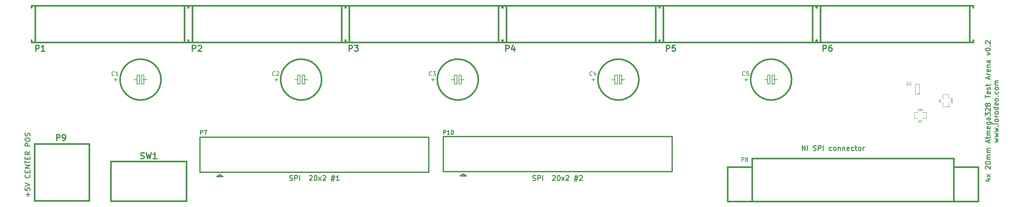
<source format=gto>
G04 (created by PCBNEW (2013-mar-13)-testing) date Wed 08 Oct 2014 05:14:40 PM PDT*
%MOIN*%
G04 Gerber Fmt 3.4, Leading zero omitted, Abs format*
%FSLAX34Y34*%
G01*
G70*
G90*
G04 APERTURE LIST*
%ADD10C,0.005906*%
%ADD11C,0.010000*%
%ADD12C,0.015000*%
%ADD13C,0.008000*%
%ADD14C,0.006000*%
%ADD15C,0.011811*%
%ADD16C,0.003100*%
%ADD17C,0.003900*%
%ADD18C,0.012000*%
%ADD19C,0.010800*%
%ADD20C,0.004700*%
%ADD21C,0.004300*%
G04 APERTURE END LIST*
G54D10*
G54D11*
X69980Y-37273D02*
X70051Y-37297D01*
X70170Y-37297D01*
X70218Y-37273D01*
X70242Y-37249D01*
X70266Y-37201D01*
X70266Y-37154D01*
X70242Y-37106D01*
X70218Y-37082D01*
X70170Y-37058D01*
X70075Y-37035D01*
X70028Y-37011D01*
X70004Y-36987D01*
X69980Y-36939D01*
X69980Y-36892D01*
X70004Y-36844D01*
X70028Y-36820D01*
X70075Y-36797D01*
X70194Y-36797D01*
X70266Y-36820D01*
X70480Y-37297D02*
X70480Y-36797D01*
X70670Y-36797D01*
X70718Y-36820D01*
X70742Y-36844D01*
X70766Y-36892D01*
X70766Y-36963D01*
X70742Y-37011D01*
X70718Y-37035D01*
X70670Y-37058D01*
X70480Y-37058D01*
X70980Y-37297D02*
X70980Y-36797D01*
X71956Y-36844D02*
X71980Y-36820D01*
X72028Y-36797D01*
X72147Y-36797D01*
X72194Y-36820D01*
X72218Y-36844D01*
X72242Y-36892D01*
X72242Y-36939D01*
X72218Y-37011D01*
X71932Y-37297D01*
X72242Y-37297D01*
X72551Y-36797D02*
X72599Y-36797D01*
X72647Y-36820D01*
X72670Y-36844D01*
X72694Y-36892D01*
X72718Y-36987D01*
X72718Y-37106D01*
X72694Y-37201D01*
X72670Y-37249D01*
X72647Y-37273D01*
X72599Y-37297D01*
X72551Y-37297D01*
X72504Y-37273D01*
X72480Y-37249D01*
X72456Y-37201D01*
X72432Y-37106D01*
X72432Y-36987D01*
X72456Y-36892D01*
X72480Y-36844D01*
X72504Y-36820D01*
X72551Y-36797D01*
X72885Y-37297D02*
X73147Y-36963D01*
X72885Y-36963D02*
X73147Y-37297D01*
X73313Y-36844D02*
X73337Y-36820D01*
X73385Y-36797D01*
X73504Y-36797D01*
X73551Y-36820D01*
X73575Y-36844D01*
X73599Y-36892D01*
X73599Y-36939D01*
X73575Y-37011D01*
X73289Y-37297D01*
X73599Y-37297D01*
X74170Y-36963D02*
X74528Y-36963D01*
X74313Y-36749D02*
X74170Y-37392D01*
X74480Y-37178D02*
X74123Y-37178D01*
X74337Y-37392D02*
X74480Y-36749D01*
X74670Y-36844D02*
X74694Y-36820D01*
X74742Y-36797D01*
X74861Y-36797D01*
X74908Y-36820D01*
X74932Y-36844D01*
X74956Y-36892D01*
X74956Y-36939D01*
X74932Y-37011D01*
X74647Y-37297D01*
X74956Y-37297D01*
X97054Y-34277D02*
X97054Y-33777D01*
X97340Y-34277D01*
X97340Y-33777D01*
X97578Y-34277D02*
X97578Y-33777D01*
X98173Y-34253D02*
X98244Y-34277D01*
X98363Y-34277D01*
X98411Y-34253D01*
X98435Y-34229D01*
X98459Y-34182D01*
X98459Y-34134D01*
X98435Y-34086D01*
X98411Y-34063D01*
X98363Y-34039D01*
X98268Y-34015D01*
X98221Y-33991D01*
X98197Y-33967D01*
X98173Y-33920D01*
X98173Y-33872D01*
X98197Y-33824D01*
X98221Y-33801D01*
X98268Y-33777D01*
X98387Y-33777D01*
X98459Y-33801D01*
X98673Y-34277D02*
X98673Y-33777D01*
X98863Y-33777D01*
X98911Y-33801D01*
X98935Y-33824D01*
X98959Y-33872D01*
X98959Y-33944D01*
X98935Y-33991D01*
X98911Y-34015D01*
X98863Y-34039D01*
X98673Y-34039D01*
X99173Y-34277D02*
X99173Y-33777D01*
X100006Y-34253D02*
X99959Y-34277D01*
X99863Y-34277D01*
X99816Y-34253D01*
X99792Y-34229D01*
X99768Y-34182D01*
X99768Y-34039D01*
X99792Y-33991D01*
X99816Y-33967D01*
X99863Y-33944D01*
X99959Y-33944D01*
X100006Y-33967D01*
X100292Y-34277D02*
X100244Y-34253D01*
X100221Y-34229D01*
X100197Y-34182D01*
X100197Y-34039D01*
X100221Y-33991D01*
X100244Y-33967D01*
X100292Y-33944D01*
X100363Y-33944D01*
X100411Y-33967D01*
X100435Y-33991D01*
X100459Y-34039D01*
X100459Y-34182D01*
X100435Y-34229D01*
X100411Y-34253D01*
X100363Y-34277D01*
X100292Y-34277D01*
X100673Y-33944D02*
X100673Y-34277D01*
X100673Y-33991D02*
X100697Y-33967D01*
X100744Y-33944D01*
X100816Y-33944D01*
X100863Y-33967D01*
X100887Y-34015D01*
X100887Y-34277D01*
X101125Y-33944D02*
X101125Y-34277D01*
X101125Y-33991D02*
X101149Y-33967D01*
X101197Y-33944D01*
X101268Y-33944D01*
X101316Y-33967D01*
X101340Y-34015D01*
X101340Y-34277D01*
X101768Y-34253D02*
X101721Y-34277D01*
X101625Y-34277D01*
X101578Y-34253D01*
X101554Y-34205D01*
X101554Y-34015D01*
X101578Y-33967D01*
X101625Y-33944D01*
X101721Y-33944D01*
X101768Y-33967D01*
X101792Y-34015D01*
X101792Y-34063D01*
X101554Y-34110D01*
X102221Y-34253D02*
X102173Y-34277D01*
X102078Y-34277D01*
X102030Y-34253D01*
X102006Y-34229D01*
X101982Y-34182D01*
X101982Y-34039D01*
X102006Y-33991D01*
X102030Y-33967D01*
X102078Y-33944D01*
X102173Y-33944D01*
X102221Y-33967D01*
X102363Y-33944D02*
X102554Y-33944D01*
X102435Y-33777D02*
X102435Y-34205D01*
X102459Y-34253D01*
X102506Y-34277D01*
X102554Y-34277D01*
X102792Y-34277D02*
X102744Y-34253D01*
X102721Y-34229D01*
X102697Y-34182D01*
X102697Y-34039D01*
X102721Y-33991D01*
X102744Y-33967D01*
X102792Y-33944D01*
X102863Y-33944D01*
X102911Y-33967D01*
X102935Y-33991D01*
X102959Y-34039D01*
X102959Y-34182D01*
X102935Y-34229D01*
X102911Y-34253D01*
X102863Y-34277D01*
X102792Y-34277D01*
X103173Y-34277D02*
X103173Y-33944D01*
X103173Y-34039D02*
X103197Y-33991D01*
X103221Y-33967D01*
X103268Y-33944D01*
X103316Y-33944D01*
X45539Y-37273D02*
X45610Y-37297D01*
X45729Y-37297D01*
X45777Y-37273D01*
X45801Y-37249D01*
X45825Y-37201D01*
X45825Y-37154D01*
X45801Y-37106D01*
X45777Y-37082D01*
X45729Y-37058D01*
X45634Y-37035D01*
X45587Y-37011D01*
X45563Y-36987D01*
X45539Y-36939D01*
X45539Y-36892D01*
X45563Y-36844D01*
X45587Y-36820D01*
X45634Y-36797D01*
X45753Y-36797D01*
X45825Y-36820D01*
X46039Y-37297D02*
X46039Y-36797D01*
X46229Y-36797D01*
X46277Y-36820D01*
X46301Y-36844D01*
X46325Y-36892D01*
X46325Y-36963D01*
X46301Y-37011D01*
X46277Y-37035D01*
X46229Y-37058D01*
X46039Y-37058D01*
X46539Y-37297D02*
X46539Y-36797D01*
X47515Y-36844D02*
X47539Y-36820D01*
X47587Y-36797D01*
X47706Y-36797D01*
X47753Y-36820D01*
X47777Y-36844D01*
X47801Y-36892D01*
X47801Y-36939D01*
X47777Y-37011D01*
X47491Y-37297D01*
X47801Y-37297D01*
X48110Y-36797D02*
X48158Y-36797D01*
X48206Y-36820D01*
X48229Y-36844D01*
X48253Y-36892D01*
X48277Y-36987D01*
X48277Y-37106D01*
X48253Y-37201D01*
X48229Y-37249D01*
X48206Y-37273D01*
X48158Y-37297D01*
X48110Y-37297D01*
X48063Y-37273D01*
X48039Y-37249D01*
X48015Y-37201D01*
X47991Y-37106D01*
X47991Y-36987D01*
X48015Y-36892D01*
X48039Y-36844D01*
X48063Y-36820D01*
X48110Y-36797D01*
X48444Y-37297D02*
X48706Y-36963D01*
X48444Y-36963D02*
X48706Y-37297D01*
X48872Y-36844D02*
X48896Y-36820D01*
X48944Y-36797D01*
X49063Y-36797D01*
X49110Y-36820D01*
X49134Y-36844D01*
X49158Y-36892D01*
X49158Y-36939D01*
X49134Y-37011D01*
X48848Y-37297D01*
X49158Y-37297D01*
X49729Y-36963D02*
X50087Y-36963D01*
X49872Y-36749D02*
X49729Y-37392D01*
X50039Y-37178D02*
X49682Y-37178D01*
X49896Y-37392D02*
X50039Y-36749D01*
X50515Y-37297D02*
X50229Y-37297D01*
X50372Y-37297D02*
X50372Y-36797D01*
X50325Y-36868D01*
X50277Y-36916D01*
X50229Y-36939D01*
X115640Y-37160D02*
X115974Y-37160D01*
X115450Y-37279D02*
X115807Y-37398D01*
X115807Y-37088D01*
X115974Y-36945D02*
X115640Y-36684D01*
X115640Y-36945D02*
X115974Y-36684D01*
X115521Y-36136D02*
X115498Y-36112D01*
X115474Y-36064D01*
X115474Y-35945D01*
X115498Y-35898D01*
X115521Y-35874D01*
X115569Y-35850D01*
X115617Y-35850D01*
X115688Y-35874D01*
X115974Y-36160D01*
X115974Y-35850D01*
X115474Y-35541D02*
X115474Y-35493D01*
X115498Y-35445D01*
X115521Y-35422D01*
X115569Y-35398D01*
X115664Y-35374D01*
X115783Y-35374D01*
X115878Y-35398D01*
X115926Y-35422D01*
X115950Y-35445D01*
X115974Y-35493D01*
X115974Y-35541D01*
X115950Y-35588D01*
X115926Y-35612D01*
X115878Y-35636D01*
X115783Y-35660D01*
X115664Y-35660D01*
X115569Y-35636D01*
X115521Y-35612D01*
X115498Y-35588D01*
X115474Y-35541D01*
X115974Y-35160D02*
X115640Y-35160D01*
X115688Y-35160D02*
X115664Y-35136D01*
X115640Y-35088D01*
X115640Y-35017D01*
X115664Y-34969D01*
X115712Y-34945D01*
X115974Y-34945D01*
X115712Y-34945D02*
X115664Y-34922D01*
X115640Y-34874D01*
X115640Y-34803D01*
X115664Y-34755D01*
X115712Y-34731D01*
X115974Y-34731D01*
X115974Y-34493D02*
X115640Y-34493D01*
X115688Y-34493D02*
X115664Y-34469D01*
X115640Y-34422D01*
X115640Y-34350D01*
X115664Y-34303D01*
X115712Y-34279D01*
X115974Y-34279D01*
X115712Y-34279D02*
X115664Y-34255D01*
X115640Y-34207D01*
X115640Y-34136D01*
X115664Y-34088D01*
X115712Y-34064D01*
X115974Y-34064D01*
X115831Y-33469D02*
X115831Y-33231D01*
X115974Y-33517D02*
X115474Y-33350D01*
X115974Y-33184D01*
X115640Y-33088D02*
X115640Y-32898D01*
X115474Y-33017D02*
X115902Y-33017D01*
X115950Y-32993D01*
X115974Y-32945D01*
X115974Y-32898D01*
X115974Y-32731D02*
X115640Y-32731D01*
X115688Y-32731D02*
X115664Y-32707D01*
X115640Y-32660D01*
X115640Y-32588D01*
X115664Y-32541D01*
X115712Y-32517D01*
X115974Y-32517D01*
X115712Y-32517D02*
X115664Y-32493D01*
X115640Y-32445D01*
X115640Y-32374D01*
X115664Y-32326D01*
X115712Y-32303D01*
X115974Y-32303D01*
X115950Y-31874D02*
X115974Y-31922D01*
X115974Y-32017D01*
X115950Y-32064D01*
X115902Y-32088D01*
X115712Y-32088D01*
X115664Y-32064D01*
X115640Y-32017D01*
X115640Y-31922D01*
X115664Y-31874D01*
X115712Y-31850D01*
X115759Y-31850D01*
X115807Y-32088D01*
X115640Y-31422D02*
X116045Y-31422D01*
X116093Y-31445D01*
X116117Y-31469D01*
X116140Y-31517D01*
X116140Y-31588D01*
X116117Y-31636D01*
X115950Y-31422D02*
X115974Y-31469D01*
X115974Y-31564D01*
X115950Y-31612D01*
X115926Y-31636D01*
X115878Y-31660D01*
X115736Y-31660D01*
X115688Y-31636D01*
X115664Y-31612D01*
X115640Y-31564D01*
X115640Y-31469D01*
X115664Y-31422D01*
X115974Y-30969D02*
X115712Y-30969D01*
X115664Y-30993D01*
X115640Y-31041D01*
X115640Y-31136D01*
X115664Y-31184D01*
X115950Y-30969D02*
X115974Y-31017D01*
X115974Y-31136D01*
X115950Y-31184D01*
X115902Y-31207D01*
X115855Y-31207D01*
X115807Y-31184D01*
X115783Y-31136D01*
X115783Y-31017D01*
X115759Y-30969D01*
X115474Y-30779D02*
X115474Y-30469D01*
X115664Y-30636D01*
X115664Y-30564D01*
X115688Y-30517D01*
X115712Y-30493D01*
X115759Y-30469D01*
X115878Y-30469D01*
X115926Y-30493D01*
X115950Y-30517D01*
X115974Y-30564D01*
X115974Y-30707D01*
X115950Y-30755D01*
X115926Y-30779D01*
X115521Y-30279D02*
X115498Y-30255D01*
X115474Y-30207D01*
X115474Y-30088D01*
X115498Y-30041D01*
X115521Y-30017D01*
X115569Y-29993D01*
X115617Y-29993D01*
X115688Y-30017D01*
X115974Y-30303D01*
X115974Y-29993D01*
X115688Y-29707D02*
X115664Y-29755D01*
X115640Y-29779D01*
X115593Y-29803D01*
X115569Y-29803D01*
X115521Y-29779D01*
X115498Y-29755D01*
X115474Y-29707D01*
X115474Y-29612D01*
X115498Y-29564D01*
X115521Y-29541D01*
X115569Y-29517D01*
X115593Y-29517D01*
X115640Y-29541D01*
X115664Y-29564D01*
X115688Y-29612D01*
X115688Y-29707D01*
X115712Y-29755D01*
X115736Y-29779D01*
X115783Y-29803D01*
X115878Y-29803D01*
X115926Y-29779D01*
X115950Y-29755D01*
X115974Y-29707D01*
X115974Y-29612D01*
X115950Y-29564D01*
X115926Y-29541D01*
X115878Y-29517D01*
X115783Y-29517D01*
X115736Y-29541D01*
X115712Y-29564D01*
X115688Y-29612D01*
X115474Y-28993D02*
X115474Y-28707D01*
X115974Y-28850D02*
X115474Y-28850D01*
X115950Y-28350D02*
X115974Y-28398D01*
X115974Y-28493D01*
X115950Y-28541D01*
X115902Y-28564D01*
X115712Y-28564D01*
X115664Y-28541D01*
X115640Y-28493D01*
X115640Y-28398D01*
X115664Y-28350D01*
X115712Y-28326D01*
X115759Y-28326D01*
X115807Y-28564D01*
X115950Y-28136D02*
X115974Y-28088D01*
X115974Y-27993D01*
X115950Y-27945D01*
X115902Y-27922D01*
X115878Y-27922D01*
X115831Y-27945D01*
X115807Y-27993D01*
X115807Y-28064D01*
X115783Y-28112D01*
X115736Y-28136D01*
X115712Y-28136D01*
X115664Y-28112D01*
X115640Y-28064D01*
X115640Y-27993D01*
X115664Y-27945D01*
X115640Y-27779D02*
X115640Y-27588D01*
X115474Y-27707D02*
X115902Y-27707D01*
X115950Y-27684D01*
X115974Y-27636D01*
X115974Y-27588D01*
X115831Y-27064D02*
X115831Y-26826D01*
X115974Y-27112D02*
X115474Y-26945D01*
X115974Y-26779D01*
X115974Y-26612D02*
X115640Y-26612D01*
X115736Y-26612D02*
X115688Y-26588D01*
X115664Y-26564D01*
X115640Y-26517D01*
X115640Y-26469D01*
X115950Y-26112D02*
X115974Y-26160D01*
X115974Y-26255D01*
X115950Y-26303D01*
X115902Y-26326D01*
X115712Y-26326D01*
X115664Y-26303D01*
X115640Y-26255D01*
X115640Y-26160D01*
X115664Y-26112D01*
X115712Y-26088D01*
X115759Y-26088D01*
X115807Y-26326D01*
X115640Y-25874D02*
X115974Y-25874D01*
X115688Y-25874D02*
X115664Y-25850D01*
X115640Y-25803D01*
X115640Y-25731D01*
X115664Y-25684D01*
X115712Y-25660D01*
X115974Y-25660D01*
X115974Y-25207D02*
X115712Y-25207D01*
X115664Y-25231D01*
X115640Y-25279D01*
X115640Y-25374D01*
X115664Y-25422D01*
X115950Y-25207D02*
X115974Y-25255D01*
X115974Y-25374D01*
X115950Y-25422D01*
X115902Y-25445D01*
X115855Y-25445D01*
X115807Y-25422D01*
X115783Y-25374D01*
X115783Y-25255D01*
X115759Y-25207D01*
X115640Y-24636D02*
X115974Y-24517D01*
X115640Y-24398D01*
X115474Y-24112D02*
X115474Y-24064D01*
X115498Y-24017D01*
X115521Y-23993D01*
X115569Y-23969D01*
X115664Y-23945D01*
X115783Y-23945D01*
X115878Y-23969D01*
X115926Y-23993D01*
X115950Y-24017D01*
X115974Y-24064D01*
X115974Y-24112D01*
X115950Y-24160D01*
X115926Y-24184D01*
X115878Y-24207D01*
X115783Y-24231D01*
X115664Y-24231D01*
X115569Y-24207D01*
X115521Y-24184D01*
X115498Y-24160D01*
X115474Y-24112D01*
X115926Y-23731D02*
X115950Y-23707D01*
X115974Y-23731D01*
X115950Y-23755D01*
X115926Y-23731D01*
X115974Y-23731D01*
X115521Y-23517D02*
X115498Y-23493D01*
X115474Y-23445D01*
X115474Y-23326D01*
X115498Y-23279D01*
X115521Y-23255D01*
X115569Y-23231D01*
X115617Y-23231D01*
X115688Y-23255D01*
X115974Y-23541D01*
X115974Y-23231D01*
X116440Y-33434D02*
X116774Y-33338D01*
X116536Y-33243D01*
X116774Y-33148D01*
X116440Y-33053D01*
X116440Y-32910D02*
X116774Y-32814D01*
X116536Y-32719D01*
X116774Y-32624D01*
X116440Y-32529D01*
X116440Y-32386D02*
X116774Y-32291D01*
X116536Y-32195D01*
X116774Y-32100D01*
X116440Y-32005D01*
X116726Y-31814D02*
X116750Y-31791D01*
X116774Y-31814D01*
X116750Y-31838D01*
X116726Y-31814D01*
X116774Y-31814D01*
X116774Y-31576D02*
X116440Y-31576D01*
X116274Y-31576D02*
X116298Y-31600D01*
X116321Y-31576D01*
X116298Y-31553D01*
X116274Y-31576D01*
X116321Y-31576D01*
X116774Y-31267D02*
X116750Y-31314D01*
X116726Y-31338D01*
X116678Y-31362D01*
X116536Y-31362D01*
X116488Y-31338D01*
X116464Y-31314D01*
X116440Y-31267D01*
X116440Y-31195D01*
X116464Y-31148D01*
X116488Y-31124D01*
X116536Y-31100D01*
X116678Y-31100D01*
X116726Y-31124D01*
X116750Y-31148D01*
X116774Y-31195D01*
X116774Y-31267D01*
X116774Y-30886D02*
X116440Y-30886D01*
X116536Y-30886D02*
X116488Y-30862D01*
X116464Y-30838D01*
X116440Y-30791D01*
X116440Y-30743D01*
X116774Y-30505D02*
X116750Y-30553D01*
X116726Y-30576D01*
X116678Y-30600D01*
X116536Y-30600D01*
X116488Y-30576D01*
X116464Y-30553D01*
X116440Y-30505D01*
X116440Y-30434D01*
X116464Y-30386D01*
X116488Y-30362D01*
X116536Y-30338D01*
X116678Y-30338D01*
X116726Y-30362D01*
X116750Y-30386D01*
X116774Y-30434D01*
X116774Y-30505D01*
X116774Y-29910D02*
X116274Y-29910D01*
X116750Y-29910D02*
X116774Y-29957D01*
X116774Y-30053D01*
X116750Y-30100D01*
X116726Y-30124D01*
X116678Y-30148D01*
X116536Y-30148D01*
X116488Y-30124D01*
X116464Y-30100D01*
X116440Y-30053D01*
X116440Y-29957D01*
X116464Y-29910D01*
X116750Y-29481D02*
X116774Y-29529D01*
X116774Y-29624D01*
X116750Y-29672D01*
X116702Y-29695D01*
X116512Y-29695D01*
X116464Y-29672D01*
X116440Y-29624D01*
X116440Y-29529D01*
X116464Y-29481D01*
X116512Y-29457D01*
X116559Y-29457D01*
X116607Y-29695D01*
X116774Y-29172D02*
X116750Y-29219D01*
X116726Y-29243D01*
X116678Y-29267D01*
X116536Y-29267D01*
X116488Y-29243D01*
X116464Y-29219D01*
X116440Y-29172D01*
X116440Y-29100D01*
X116464Y-29053D01*
X116488Y-29029D01*
X116536Y-29005D01*
X116678Y-29005D01*
X116726Y-29029D01*
X116750Y-29053D01*
X116774Y-29100D01*
X116774Y-29172D01*
X116726Y-28791D02*
X116750Y-28767D01*
X116774Y-28791D01*
X116750Y-28814D01*
X116726Y-28791D01*
X116774Y-28791D01*
X116750Y-28338D02*
X116774Y-28386D01*
X116774Y-28481D01*
X116750Y-28529D01*
X116726Y-28553D01*
X116678Y-28576D01*
X116536Y-28576D01*
X116488Y-28553D01*
X116464Y-28529D01*
X116440Y-28481D01*
X116440Y-28386D01*
X116464Y-28338D01*
X116774Y-28053D02*
X116750Y-28100D01*
X116726Y-28124D01*
X116678Y-28148D01*
X116536Y-28148D01*
X116488Y-28124D01*
X116464Y-28100D01*
X116440Y-28053D01*
X116440Y-27981D01*
X116464Y-27934D01*
X116488Y-27910D01*
X116536Y-27886D01*
X116678Y-27886D01*
X116726Y-27910D01*
X116750Y-27934D01*
X116774Y-27981D01*
X116774Y-28053D01*
X116774Y-27672D02*
X116440Y-27672D01*
X116488Y-27672D02*
X116464Y-27648D01*
X116440Y-27600D01*
X116440Y-27529D01*
X116464Y-27481D01*
X116512Y-27457D01*
X116774Y-27457D01*
X116512Y-27457D02*
X116464Y-27434D01*
X116440Y-27386D01*
X116440Y-27314D01*
X116464Y-27267D01*
X116512Y-27243D01*
X116774Y-27243D01*
X19240Y-38906D02*
X19240Y-38525D01*
X19430Y-38716D02*
X19049Y-38716D01*
X18930Y-38049D02*
X18930Y-38287D01*
X19169Y-38311D01*
X19145Y-38287D01*
X19121Y-38240D01*
X19121Y-38121D01*
X19145Y-38073D01*
X19169Y-38049D01*
X19216Y-38025D01*
X19335Y-38025D01*
X19383Y-38049D01*
X19407Y-38073D01*
X19430Y-38121D01*
X19430Y-38240D01*
X19407Y-38287D01*
X19383Y-38311D01*
X18930Y-37883D02*
X19430Y-37716D01*
X18930Y-37549D01*
X19383Y-36716D02*
X19407Y-36740D01*
X19430Y-36811D01*
X19430Y-36859D01*
X19407Y-36930D01*
X19359Y-36978D01*
X19311Y-37002D01*
X19216Y-37025D01*
X19145Y-37025D01*
X19049Y-37002D01*
X19002Y-36978D01*
X18954Y-36930D01*
X18930Y-36859D01*
X18930Y-36811D01*
X18954Y-36740D01*
X18978Y-36716D01*
X19169Y-36502D02*
X19169Y-36335D01*
X19430Y-36264D02*
X19430Y-36502D01*
X18930Y-36502D01*
X18930Y-36264D01*
X19430Y-36049D02*
X18930Y-36049D01*
X19430Y-35764D01*
X18930Y-35764D01*
X18930Y-35597D02*
X18930Y-35311D01*
X19430Y-35454D02*
X18930Y-35454D01*
X19169Y-35145D02*
X19169Y-34978D01*
X19430Y-34906D02*
X19430Y-35145D01*
X18930Y-35145D01*
X18930Y-34906D01*
X19430Y-34406D02*
X19192Y-34573D01*
X19430Y-34692D02*
X18930Y-34692D01*
X18930Y-34502D01*
X18954Y-34454D01*
X18978Y-34430D01*
X19026Y-34406D01*
X19097Y-34406D01*
X19145Y-34430D01*
X19169Y-34454D01*
X19192Y-34502D01*
X19192Y-34692D01*
X19430Y-33811D02*
X18930Y-33811D01*
X18930Y-33621D01*
X18954Y-33573D01*
X18978Y-33549D01*
X19026Y-33525D01*
X19097Y-33525D01*
X19145Y-33549D01*
X19169Y-33573D01*
X19192Y-33621D01*
X19192Y-33811D01*
X18930Y-33216D02*
X18930Y-33121D01*
X18954Y-33073D01*
X19002Y-33025D01*
X19097Y-33002D01*
X19264Y-33002D01*
X19359Y-33025D01*
X19407Y-33073D01*
X19430Y-33121D01*
X19430Y-33216D01*
X19407Y-33264D01*
X19359Y-33311D01*
X19264Y-33335D01*
X19097Y-33335D01*
X19002Y-33311D01*
X18954Y-33264D01*
X18930Y-33216D01*
X19407Y-32811D02*
X19430Y-32740D01*
X19430Y-32621D01*
X19407Y-32573D01*
X19383Y-32549D01*
X19335Y-32525D01*
X19288Y-32525D01*
X19240Y-32549D01*
X19216Y-32573D01*
X19192Y-32621D01*
X19169Y-32716D01*
X19145Y-32764D01*
X19121Y-32787D01*
X19073Y-32811D01*
X19026Y-32811D01*
X18978Y-32787D01*
X18954Y-32764D01*
X18930Y-32716D01*
X18930Y-32597D01*
X18954Y-32525D01*
G54D12*
X32620Y-27137D02*
G75*
G03X32620Y-27137I-2061J0D01*
G74*
G01*
G54D13*
X30659Y-27587D02*
X30909Y-27587D01*
X30909Y-27587D02*
X30909Y-26687D01*
X30659Y-26687D02*
X30909Y-26687D01*
X30659Y-27587D02*
X30659Y-26687D01*
G54D14*
X30109Y-27137D02*
X30209Y-27137D01*
X30209Y-27137D02*
X30209Y-27587D01*
X30209Y-27587D02*
X30459Y-27587D01*
X30459Y-27587D02*
X30459Y-26687D01*
X30459Y-26687D02*
X30209Y-26687D01*
X30209Y-26687D02*
X30209Y-27137D01*
X30809Y-27137D02*
X31009Y-27137D01*
X28059Y-26987D02*
X28059Y-27287D01*
X28209Y-27137D02*
X27909Y-27137D01*
X31009Y-27137D02*
X31209Y-27137D01*
X29909Y-27137D02*
X30109Y-27137D01*
G54D12*
X48762Y-27137D02*
G75*
G03X48762Y-27137I-2061J0D01*
G74*
G01*
G54D13*
X46800Y-27587D02*
X47050Y-27587D01*
X47050Y-27587D02*
X47050Y-26687D01*
X46800Y-26687D02*
X47050Y-26687D01*
X46800Y-27587D02*
X46800Y-26687D01*
G54D14*
X46250Y-27137D02*
X46350Y-27137D01*
X46350Y-27137D02*
X46350Y-27587D01*
X46350Y-27587D02*
X46600Y-27587D01*
X46600Y-27587D02*
X46600Y-26687D01*
X46600Y-26687D02*
X46350Y-26687D01*
X46350Y-26687D02*
X46350Y-27137D01*
X46950Y-27137D02*
X47150Y-27137D01*
X44200Y-26987D02*
X44200Y-27287D01*
X44350Y-27137D02*
X44050Y-27137D01*
X47150Y-27137D02*
X47350Y-27137D01*
X46050Y-27137D02*
X46250Y-27137D01*
G54D12*
X64510Y-27137D02*
G75*
G03X64510Y-27137I-2061J0D01*
G74*
G01*
G54D13*
X62548Y-27587D02*
X62798Y-27587D01*
X62798Y-27587D02*
X62798Y-26687D01*
X62548Y-26687D02*
X62798Y-26687D01*
X62548Y-27587D02*
X62548Y-26687D01*
G54D14*
X61998Y-27137D02*
X62098Y-27137D01*
X62098Y-27137D02*
X62098Y-27587D01*
X62098Y-27587D02*
X62348Y-27587D01*
X62348Y-27587D02*
X62348Y-26687D01*
X62348Y-26687D02*
X62098Y-26687D01*
X62098Y-26687D02*
X62098Y-27137D01*
X62698Y-27137D02*
X62898Y-27137D01*
X59948Y-26987D02*
X59948Y-27287D01*
X60098Y-27137D02*
X59798Y-27137D01*
X62898Y-27137D02*
X63098Y-27137D01*
X61798Y-27137D02*
X61998Y-27137D01*
G54D12*
X80652Y-27137D02*
G75*
G03X80652Y-27137I-2061J0D01*
G74*
G01*
G54D13*
X78690Y-27587D02*
X78940Y-27587D01*
X78940Y-27587D02*
X78940Y-26687D01*
X78690Y-26687D02*
X78940Y-26687D01*
X78690Y-27587D02*
X78690Y-26687D01*
G54D14*
X78140Y-27137D02*
X78240Y-27137D01*
X78240Y-27137D02*
X78240Y-27587D01*
X78240Y-27587D02*
X78490Y-27587D01*
X78490Y-27587D02*
X78490Y-26687D01*
X78490Y-26687D02*
X78240Y-26687D01*
X78240Y-26687D02*
X78240Y-27137D01*
X78840Y-27137D02*
X79040Y-27137D01*
X76090Y-26987D02*
X76090Y-27287D01*
X76240Y-27137D02*
X75940Y-27137D01*
X79040Y-27137D02*
X79240Y-27137D01*
X77940Y-27137D02*
X78140Y-27137D01*
G54D12*
X96006Y-27137D02*
G75*
G03X96006Y-27137I-2061J0D01*
G74*
G01*
G54D13*
X94044Y-27587D02*
X94294Y-27587D01*
X94294Y-27587D02*
X94294Y-26687D01*
X94044Y-26687D02*
X94294Y-26687D01*
X94044Y-27587D02*
X94044Y-26687D01*
G54D14*
X93494Y-27137D02*
X93594Y-27137D01*
X93594Y-27137D02*
X93594Y-27587D01*
X93594Y-27587D02*
X93844Y-27587D01*
X93844Y-27587D02*
X93844Y-26687D01*
X93844Y-26687D02*
X93594Y-26687D01*
X93594Y-26687D02*
X93594Y-27137D01*
X94194Y-27137D02*
X94394Y-27137D01*
X91444Y-26987D02*
X91444Y-27287D01*
X91594Y-27137D02*
X91294Y-27137D01*
X94394Y-27137D02*
X94594Y-27137D01*
X93294Y-27137D02*
X93494Y-27137D01*
G54D15*
X38827Y-36908D02*
X38727Y-36908D01*
X38527Y-36708D02*
X38827Y-36908D01*
X38527Y-36708D02*
X38227Y-36908D01*
X38227Y-36908D02*
X38777Y-36908D01*
X48031Y-36480D02*
X59527Y-36480D01*
X59527Y-36480D02*
X59527Y-32937D01*
X59527Y-32937D02*
X48023Y-32937D01*
X36527Y-34708D02*
X36527Y-36480D01*
X36527Y-36480D02*
X48031Y-36480D01*
X36527Y-34708D02*
X36527Y-32937D01*
X36527Y-32937D02*
X48023Y-32937D01*
G54D12*
X19590Y-23204D02*
X19590Y-23144D01*
X19590Y-23244D02*
X19590Y-23164D01*
X34950Y-19674D02*
X35330Y-19674D01*
X35330Y-23374D02*
X35330Y-23144D01*
X35330Y-19684D02*
X35330Y-19884D01*
X19590Y-19674D02*
X19590Y-19884D01*
X19590Y-23374D02*
X19590Y-23204D01*
X20060Y-19674D02*
X19595Y-19674D01*
X19995Y-23374D02*
X19590Y-23374D01*
X34935Y-23374D02*
X35330Y-23374D01*
X33460Y-19674D02*
X34960Y-19674D01*
X34960Y-19674D02*
X34960Y-19974D01*
X21460Y-19674D02*
X19960Y-19674D01*
X19960Y-19674D02*
X19960Y-19874D01*
X21460Y-23374D02*
X19960Y-23374D01*
X19960Y-23374D02*
X19960Y-19874D01*
X33460Y-23374D02*
X34960Y-23374D01*
X34960Y-23374D02*
X34960Y-19874D01*
X33460Y-23374D02*
X21460Y-23374D01*
X21460Y-19674D02*
X33460Y-19674D01*
X35378Y-23204D02*
X35378Y-23144D01*
X35378Y-23244D02*
X35378Y-23164D01*
X50738Y-19674D02*
X51118Y-19674D01*
X51118Y-23374D02*
X51118Y-23144D01*
X51118Y-19684D02*
X51118Y-19884D01*
X35378Y-19674D02*
X35378Y-19884D01*
X35378Y-23374D02*
X35378Y-23204D01*
X35848Y-19674D02*
X35383Y-19674D01*
X35783Y-23374D02*
X35378Y-23374D01*
X50723Y-23374D02*
X51118Y-23374D01*
X49248Y-19674D02*
X50748Y-19674D01*
X50748Y-19674D02*
X50748Y-19974D01*
X37248Y-19674D02*
X35748Y-19674D01*
X35748Y-19674D02*
X35748Y-19874D01*
X37248Y-23374D02*
X35748Y-23374D01*
X35748Y-23374D02*
X35748Y-19874D01*
X49248Y-23374D02*
X50748Y-23374D01*
X50748Y-23374D02*
X50748Y-19874D01*
X49248Y-23374D02*
X37248Y-23374D01*
X37248Y-19674D02*
X49248Y-19674D01*
X51165Y-23204D02*
X51165Y-23144D01*
X51165Y-23244D02*
X51165Y-23164D01*
X66525Y-19674D02*
X66905Y-19674D01*
X66905Y-23374D02*
X66905Y-23144D01*
X66905Y-19684D02*
X66905Y-19884D01*
X51165Y-19674D02*
X51165Y-19884D01*
X51165Y-23374D02*
X51165Y-23204D01*
X51635Y-19674D02*
X51170Y-19674D01*
X51570Y-23374D02*
X51165Y-23374D01*
X66510Y-23374D02*
X66905Y-23374D01*
X65035Y-19674D02*
X66535Y-19674D01*
X66535Y-19674D02*
X66535Y-19974D01*
X53035Y-19674D02*
X51535Y-19674D01*
X51535Y-19674D02*
X51535Y-19874D01*
X53035Y-23374D02*
X51535Y-23374D01*
X51535Y-23374D02*
X51535Y-19874D01*
X65035Y-23374D02*
X66535Y-23374D01*
X66535Y-23374D02*
X66535Y-19874D01*
X65035Y-23374D02*
X53035Y-23374D01*
X53035Y-19674D02*
X65035Y-19674D01*
X66952Y-23204D02*
X66952Y-23144D01*
X66952Y-23244D02*
X66952Y-23164D01*
X82312Y-19674D02*
X82692Y-19674D01*
X82692Y-23374D02*
X82692Y-23144D01*
X82692Y-19684D02*
X82692Y-19884D01*
X66952Y-19674D02*
X66952Y-19884D01*
X66952Y-23374D02*
X66952Y-23204D01*
X67422Y-19674D02*
X66957Y-19674D01*
X67357Y-23374D02*
X66952Y-23374D01*
X82297Y-23374D02*
X82692Y-23374D01*
X80822Y-19674D02*
X82322Y-19674D01*
X82322Y-19674D02*
X82322Y-19974D01*
X68822Y-19674D02*
X67322Y-19674D01*
X67322Y-19674D02*
X67322Y-19874D01*
X68822Y-23374D02*
X67322Y-23374D01*
X67322Y-23374D02*
X67322Y-19874D01*
X80822Y-23374D02*
X82322Y-23374D01*
X82322Y-23374D02*
X82322Y-19874D01*
X80822Y-23374D02*
X68822Y-23374D01*
X68822Y-19674D02*
X80822Y-19674D01*
X82740Y-23204D02*
X82740Y-23144D01*
X82740Y-23244D02*
X82740Y-23164D01*
X98100Y-19674D02*
X98480Y-19674D01*
X98480Y-23374D02*
X98480Y-23144D01*
X98480Y-19684D02*
X98480Y-19884D01*
X82740Y-19674D02*
X82740Y-19884D01*
X82740Y-23374D02*
X82740Y-23204D01*
X83210Y-19674D02*
X82745Y-19674D01*
X83145Y-23374D02*
X82740Y-23374D01*
X98085Y-23374D02*
X98480Y-23374D01*
X96610Y-19674D02*
X98110Y-19674D01*
X98110Y-19674D02*
X98110Y-19974D01*
X84610Y-19674D02*
X83110Y-19674D01*
X83110Y-19674D02*
X83110Y-19874D01*
X84610Y-23374D02*
X83110Y-23374D01*
X83110Y-23374D02*
X83110Y-19874D01*
X96610Y-23374D02*
X98110Y-23374D01*
X98110Y-23374D02*
X98110Y-19874D01*
X96610Y-23374D02*
X84610Y-23374D01*
X84610Y-19674D02*
X96610Y-19674D01*
X98527Y-23204D02*
X98527Y-23144D01*
X98527Y-23244D02*
X98527Y-23164D01*
X113887Y-19674D02*
X114267Y-19674D01*
X114267Y-23374D02*
X114267Y-23144D01*
X114267Y-19684D02*
X114267Y-19884D01*
X98527Y-19674D02*
X98527Y-19884D01*
X98527Y-23374D02*
X98527Y-23204D01*
X98997Y-19674D02*
X98532Y-19674D01*
X98932Y-23374D02*
X98527Y-23374D01*
X113872Y-23374D02*
X114267Y-23374D01*
X112397Y-19674D02*
X113897Y-19674D01*
X113897Y-19674D02*
X113897Y-19974D01*
X100397Y-19674D02*
X98897Y-19674D01*
X98897Y-19674D02*
X98897Y-19874D01*
X100397Y-23374D02*
X98897Y-23374D01*
X98897Y-23374D02*
X98897Y-19874D01*
X112397Y-23374D02*
X113897Y-23374D01*
X113897Y-23374D02*
X113897Y-19874D01*
X112397Y-23374D02*
X100397Y-23374D01*
X100397Y-19674D02*
X112397Y-19674D01*
X92027Y-35964D02*
X92027Y-35078D01*
X92027Y-35078D02*
X112204Y-35078D01*
X112204Y-35078D02*
X112303Y-35078D01*
X112303Y-35078D02*
X112303Y-35964D01*
X112303Y-35964D02*
X114763Y-35964D01*
X89566Y-35964D02*
X92027Y-35964D01*
X112303Y-39409D02*
X112303Y-35964D01*
X92027Y-39409D02*
X92027Y-35964D01*
X114763Y-39409D02*
X114763Y-35964D01*
X89566Y-39409D02*
X89566Y-35964D01*
X89566Y-39409D02*
X114763Y-39409D01*
X25387Y-39358D02*
X19887Y-39358D01*
X19887Y-39358D02*
X19887Y-33608D01*
X19887Y-33608D02*
X25387Y-33608D01*
X25387Y-33608D02*
X25387Y-39358D01*
X27550Y-35377D02*
X35150Y-35377D01*
X35150Y-35377D02*
X35150Y-39377D01*
X35150Y-39377D02*
X27550Y-39377D01*
X27550Y-39377D02*
X27550Y-35377D01*
G54D15*
X63311Y-36837D02*
X63211Y-36837D01*
X63011Y-36637D02*
X63311Y-36837D01*
X63011Y-36637D02*
X62711Y-36837D01*
X62711Y-36837D02*
X63261Y-36837D01*
X72515Y-36409D02*
X84011Y-36409D01*
X84011Y-36409D02*
X84011Y-32866D01*
X84011Y-32866D02*
X72507Y-32866D01*
X61011Y-34637D02*
X61011Y-36409D01*
X61011Y-36409D02*
X72515Y-36409D01*
X61011Y-34637D02*
X61011Y-32866D01*
X61011Y-32866D02*
X72507Y-32866D01*
G54D16*
X108846Y-28541D02*
G75*
G03X108846Y-28541I-62J0D01*
G74*
G01*
X108445Y-27578D02*
X108845Y-27578D01*
X108445Y-28603D02*
X108845Y-28603D01*
X108845Y-27578D02*
X108845Y-28603D01*
X108445Y-28603D02*
X108445Y-27578D01*
G54D17*
X111846Y-29901D02*
G75*
G03X111846Y-29901I-50J0D01*
G74*
G01*
X111796Y-29451D02*
X111796Y-29851D01*
X111796Y-29851D02*
X111196Y-29851D01*
X111196Y-29851D02*
X111196Y-29451D01*
X111196Y-29051D02*
X111196Y-28651D01*
X111196Y-28651D02*
X111796Y-28651D01*
X111796Y-28651D02*
X111796Y-29051D01*
X109621Y-30463D02*
G75*
G03X109621Y-30463I-50J0D01*
G74*
G01*
X109121Y-30463D02*
X109521Y-30463D01*
X109521Y-30463D02*
X109521Y-31063D01*
X109521Y-31063D02*
X109121Y-31063D01*
X108721Y-31063D02*
X108321Y-31063D01*
X108321Y-31063D02*
X108321Y-30463D01*
X108321Y-30463D02*
X108721Y-30463D01*
G54D13*
X27933Y-26690D02*
X27914Y-26709D01*
X27857Y-26728D01*
X27819Y-26728D01*
X27761Y-26709D01*
X27723Y-26671D01*
X27704Y-26632D01*
X27685Y-26556D01*
X27685Y-26499D01*
X27704Y-26423D01*
X27723Y-26385D01*
X27761Y-26347D01*
X27819Y-26328D01*
X27857Y-26328D01*
X27914Y-26347D01*
X27933Y-26366D01*
X28314Y-26728D02*
X28085Y-26728D01*
X28200Y-26728D02*
X28200Y-26328D01*
X28161Y-26385D01*
X28123Y-26423D01*
X28085Y-26442D01*
X44075Y-26690D02*
X44056Y-26709D01*
X43998Y-26728D01*
X43960Y-26728D01*
X43903Y-26709D01*
X43865Y-26671D01*
X43846Y-26632D01*
X43827Y-26556D01*
X43827Y-26499D01*
X43846Y-26423D01*
X43865Y-26385D01*
X43903Y-26347D01*
X43960Y-26328D01*
X43998Y-26328D01*
X44056Y-26347D01*
X44075Y-26366D01*
X44227Y-26366D02*
X44246Y-26347D01*
X44284Y-26328D01*
X44379Y-26328D01*
X44417Y-26347D01*
X44436Y-26366D01*
X44456Y-26404D01*
X44456Y-26442D01*
X44436Y-26499D01*
X44208Y-26728D01*
X44456Y-26728D01*
X59823Y-26690D02*
X59804Y-26709D01*
X59746Y-26728D01*
X59708Y-26728D01*
X59651Y-26709D01*
X59613Y-26671D01*
X59594Y-26632D01*
X59575Y-26556D01*
X59575Y-26499D01*
X59594Y-26423D01*
X59613Y-26385D01*
X59651Y-26347D01*
X59708Y-26328D01*
X59746Y-26328D01*
X59804Y-26347D01*
X59823Y-26366D01*
X59956Y-26328D02*
X60204Y-26328D01*
X60070Y-26480D01*
X60127Y-26480D01*
X60165Y-26499D01*
X60185Y-26518D01*
X60204Y-26556D01*
X60204Y-26652D01*
X60185Y-26690D01*
X60165Y-26709D01*
X60127Y-26728D01*
X60013Y-26728D01*
X59975Y-26709D01*
X59956Y-26690D01*
X75964Y-26690D02*
X75945Y-26709D01*
X75888Y-26728D01*
X75850Y-26728D01*
X75793Y-26709D01*
X75755Y-26671D01*
X75736Y-26632D01*
X75717Y-26556D01*
X75717Y-26499D01*
X75736Y-26423D01*
X75755Y-26385D01*
X75793Y-26347D01*
X75850Y-26328D01*
X75888Y-26328D01*
X75945Y-26347D01*
X75964Y-26366D01*
X76307Y-26461D02*
X76307Y-26728D01*
X76212Y-26309D02*
X76117Y-26594D01*
X76364Y-26594D01*
X91319Y-26690D02*
X91300Y-26709D01*
X91242Y-26728D01*
X91204Y-26728D01*
X91147Y-26709D01*
X91109Y-26671D01*
X91090Y-26632D01*
X91071Y-26556D01*
X91071Y-26499D01*
X91090Y-26423D01*
X91109Y-26385D01*
X91147Y-26347D01*
X91204Y-26328D01*
X91242Y-26328D01*
X91300Y-26347D01*
X91319Y-26366D01*
X91681Y-26328D02*
X91490Y-26328D01*
X91471Y-26518D01*
X91490Y-26499D01*
X91528Y-26480D01*
X91623Y-26480D01*
X91662Y-26499D01*
X91681Y-26518D01*
X91700Y-26556D01*
X91700Y-26652D01*
X91681Y-26690D01*
X91662Y-26709D01*
X91623Y-26728D01*
X91528Y-26728D01*
X91490Y-26709D01*
X91471Y-26690D01*
G54D11*
X36563Y-32641D02*
X36563Y-32241D01*
X36715Y-32241D01*
X36753Y-32260D01*
X36772Y-32279D01*
X36791Y-32317D01*
X36791Y-32374D01*
X36772Y-32413D01*
X36753Y-32432D01*
X36715Y-32451D01*
X36563Y-32451D01*
X36924Y-32241D02*
X37191Y-32241D01*
X37020Y-32641D01*
G54D18*
X20029Y-24287D02*
X20029Y-23687D01*
X20258Y-23687D01*
X20315Y-23715D01*
X20343Y-23744D01*
X20372Y-23801D01*
X20372Y-23887D01*
X20343Y-23944D01*
X20315Y-23972D01*
X20258Y-24001D01*
X20029Y-24001D01*
X20943Y-24287D02*
X20601Y-24287D01*
X20772Y-24287D02*
X20772Y-23687D01*
X20715Y-23772D01*
X20658Y-23830D01*
X20601Y-23858D01*
X35777Y-24287D02*
X35777Y-23687D01*
X36006Y-23687D01*
X36063Y-23715D01*
X36091Y-23744D01*
X36120Y-23801D01*
X36120Y-23887D01*
X36091Y-23944D01*
X36063Y-23972D01*
X36006Y-24001D01*
X35777Y-24001D01*
X36349Y-23744D02*
X36377Y-23715D01*
X36434Y-23687D01*
X36577Y-23687D01*
X36634Y-23715D01*
X36663Y-23744D01*
X36691Y-23801D01*
X36691Y-23858D01*
X36663Y-23944D01*
X36320Y-24287D01*
X36691Y-24287D01*
X51525Y-24287D02*
X51525Y-23687D01*
X51754Y-23687D01*
X51811Y-23715D01*
X51839Y-23744D01*
X51868Y-23801D01*
X51868Y-23887D01*
X51839Y-23944D01*
X51811Y-23972D01*
X51754Y-24001D01*
X51525Y-24001D01*
X52068Y-23687D02*
X52439Y-23687D01*
X52239Y-23915D01*
X52325Y-23915D01*
X52382Y-23944D01*
X52411Y-23972D01*
X52439Y-24030D01*
X52439Y-24172D01*
X52411Y-24230D01*
X52382Y-24258D01*
X52325Y-24287D01*
X52154Y-24287D01*
X52097Y-24258D01*
X52068Y-24230D01*
X67273Y-24287D02*
X67273Y-23687D01*
X67502Y-23687D01*
X67559Y-23715D01*
X67587Y-23744D01*
X67616Y-23801D01*
X67616Y-23887D01*
X67587Y-23944D01*
X67559Y-23972D01*
X67502Y-24001D01*
X67273Y-24001D01*
X68130Y-23887D02*
X68130Y-24287D01*
X67987Y-23658D02*
X67845Y-24087D01*
X68216Y-24087D01*
X83415Y-24287D02*
X83415Y-23687D01*
X83643Y-23687D01*
X83701Y-23715D01*
X83729Y-23744D01*
X83758Y-23801D01*
X83758Y-23887D01*
X83729Y-23944D01*
X83701Y-23972D01*
X83643Y-24001D01*
X83415Y-24001D01*
X84301Y-23687D02*
X84015Y-23687D01*
X83986Y-23972D01*
X84015Y-23944D01*
X84072Y-23915D01*
X84215Y-23915D01*
X84272Y-23944D01*
X84301Y-23972D01*
X84329Y-24030D01*
X84329Y-24172D01*
X84301Y-24230D01*
X84272Y-24258D01*
X84215Y-24287D01*
X84072Y-24287D01*
X84015Y-24258D01*
X83986Y-24230D01*
X99163Y-24287D02*
X99163Y-23687D01*
X99392Y-23687D01*
X99449Y-23715D01*
X99477Y-23744D01*
X99506Y-23801D01*
X99506Y-23887D01*
X99477Y-23944D01*
X99449Y-23972D01*
X99392Y-24001D01*
X99163Y-24001D01*
X100020Y-23687D02*
X99906Y-23687D01*
X99849Y-23715D01*
X99820Y-23744D01*
X99763Y-23830D01*
X99734Y-23944D01*
X99734Y-24172D01*
X99763Y-24230D01*
X99792Y-24258D01*
X99849Y-24287D01*
X99963Y-24287D01*
X100020Y-24258D01*
X100049Y-24230D01*
X100077Y-24172D01*
X100077Y-24030D01*
X100049Y-23972D01*
X100020Y-23944D01*
X99963Y-23915D01*
X99849Y-23915D01*
X99792Y-23944D01*
X99763Y-23972D01*
X99734Y-24030D01*
G54D10*
X91000Y-35390D02*
X91000Y-34997D01*
X91150Y-34997D01*
X91188Y-35015D01*
X91206Y-35034D01*
X91225Y-35071D01*
X91225Y-35128D01*
X91206Y-35165D01*
X91188Y-35184D01*
X91150Y-35203D01*
X91000Y-35203D01*
X91450Y-35165D02*
X91413Y-35146D01*
X91394Y-35128D01*
X91375Y-35090D01*
X91375Y-35071D01*
X91394Y-35034D01*
X91413Y-35015D01*
X91450Y-34997D01*
X91525Y-34997D01*
X91563Y-35015D01*
X91581Y-35034D01*
X91600Y-35071D01*
X91600Y-35090D01*
X91581Y-35128D01*
X91563Y-35146D01*
X91525Y-35165D01*
X91450Y-35165D01*
X91413Y-35184D01*
X91394Y-35203D01*
X91375Y-35240D01*
X91375Y-35315D01*
X91394Y-35353D01*
X91413Y-35371D01*
X91450Y-35390D01*
X91525Y-35390D01*
X91563Y-35371D01*
X91581Y-35353D01*
X91600Y-35315D01*
X91600Y-35240D01*
X91581Y-35203D01*
X91563Y-35184D01*
X91525Y-35165D01*
G54D18*
X22116Y-33283D02*
X22116Y-32683D01*
X22344Y-32683D01*
X22401Y-32711D01*
X22430Y-32740D01*
X22459Y-32797D01*
X22459Y-32883D01*
X22430Y-32940D01*
X22401Y-32968D01*
X22344Y-32997D01*
X22116Y-32997D01*
X22744Y-33283D02*
X22859Y-33283D01*
X22916Y-33254D01*
X22944Y-33226D01*
X23001Y-33140D01*
X23030Y-33026D01*
X23030Y-32797D01*
X23001Y-32740D01*
X22973Y-32711D01*
X22916Y-32683D01*
X22801Y-32683D01*
X22744Y-32711D01*
X22716Y-32740D01*
X22687Y-32797D01*
X22687Y-32940D01*
X22716Y-32997D01*
X22744Y-33026D01*
X22801Y-33054D01*
X22916Y-33054D01*
X22973Y-33026D01*
X23001Y-32997D01*
X23030Y-32940D01*
X30585Y-35085D02*
X30671Y-35113D01*
X30814Y-35113D01*
X30871Y-35085D01*
X30900Y-35056D01*
X30928Y-34999D01*
X30928Y-34942D01*
X30900Y-34885D01*
X30871Y-34856D01*
X30814Y-34828D01*
X30700Y-34799D01*
X30642Y-34771D01*
X30614Y-34742D01*
X30585Y-34685D01*
X30585Y-34628D01*
X30614Y-34571D01*
X30642Y-34542D01*
X30700Y-34513D01*
X30842Y-34513D01*
X30928Y-34542D01*
X31128Y-34513D02*
X31271Y-35113D01*
X31385Y-34685D01*
X31500Y-35113D01*
X31642Y-34513D01*
X32185Y-35113D02*
X31842Y-35113D01*
X32014Y-35113D02*
X32014Y-34513D01*
X31957Y-34599D01*
X31900Y-34656D01*
X31842Y-34685D01*
G54D11*
X61006Y-32649D02*
X61006Y-32249D01*
X61158Y-32249D01*
X61196Y-32268D01*
X61215Y-32287D01*
X61234Y-32325D01*
X61234Y-32382D01*
X61215Y-32420D01*
X61196Y-32439D01*
X61158Y-32458D01*
X61006Y-32458D01*
X61615Y-32649D02*
X61387Y-32649D01*
X61501Y-32649D02*
X61501Y-32249D01*
X61463Y-32306D01*
X61425Y-32344D01*
X61387Y-32363D01*
X61863Y-32249D02*
X61901Y-32249D01*
X61939Y-32268D01*
X61958Y-32287D01*
X61977Y-32325D01*
X61996Y-32401D01*
X61996Y-32497D01*
X61977Y-32573D01*
X61958Y-32611D01*
X61939Y-32630D01*
X61901Y-32649D01*
X61863Y-32649D01*
X61825Y-32630D01*
X61806Y-32611D01*
X61787Y-32573D01*
X61768Y-32497D01*
X61768Y-32401D01*
X61787Y-32325D01*
X61806Y-32287D01*
X61825Y-32268D01*
X61863Y-32249D01*
G54D19*
G54D20*
X107778Y-27723D02*
X107749Y-27709D01*
X107721Y-27680D01*
X107678Y-27637D01*
X107649Y-27623D01*
X107621Y-27623D01*
X107635Y-27694D02*
X107607Y-27680D01*
X107578Y-27651D01*
X107564Y-27594D01*
X107564Y-27494D01*
X107578Y-27437D01*
X107607Y-27409D01*
X107635Y-27394D01*
X107692Y-27394D01*
X107721Y-27409D01*
X107749Y-27437D01*
X107764Y-27494D01*
X107764Y-27594D01*
X107749Y-27651D01*
X107721Y-27680D01*
X107692Y-27694D01*
X107635Y-27694D01*
X108049Y-27694D02*
X107878Y-27694D01*
X107964Y-27694D02*
X107964Y-27394D01*
X107935Y-27437D01*
X107907Y-27466D01*
X107878Y-27480D01*
G54D21*
X110998Y-29265D02*
X110904Y-29330D01*
X110998Y-29377D02*
X110801Y-29377D01*
X110801Y-29302D01*
X110810Y-29283D01*
X110820Y-29274D01*
X110839Y-29265D01*
X110867Y-29265D01*
X110885Y-29274D01*
X110895Y-29283D01*
X110904Y-29302D01*
X110904Y-29377D01*
X110998Y-29077D02*
X110998Y-29190D01*
X110998Y-29133D02*
X110801Y-29133D01*
X110829Y-29152D01*
X110848Y-29171D01*
X110857Y-29190D01*
X112001Y-29495D02*
X111992Y-29486D01*
X111982Y-29467D01*
X111982Y-29420D01*
X111992Y-29402D01*
X112001Y-29392D01*
X112020Y-29383D01*
X112038Y-29383D01*
X112067Y-29392D01*
X112179Y-29505D01*
X112179Y-29383D01*
X111982Y-29261D02*
X111982Y-29242D01*
X111992Y-29223D01*
X112001Y-29214D01*
X112020Y-29205D01*
X112057Y-29195D01*
X112104Y-29195D01*
X112142Y-29205D01*
X112160Y-29214D01*
X112170Y-29223D01*
X112179Y-29242D01*
X112179Y-29261D01*
X112170Y-29280D01*
X112160Y-29289D01*
X112142Y-29298D01*
X112104Y-29308D01*
X112057Y-29308D01*
X112020Y-29298D01*
X112001Y-29289D01*
X111992Y-29280D01*
X111982Y-29261D01*
X111982Y-29073D02*
X111982Y-29054D01*
X111992Y-29036D01*
X112001Y-29026D01*
X112020Y-29017D01*
X112057Y-29008D01*
X112104Y-29008D01*
X112142Y-29017D01*
X112160Y-29026D01*
X112170Y-29036D01*
X112179Y-29054D01*
X112179Y-29073D01*
X112170Y-29092D01*
X112160Y-29101D01*
X112142Y-29111D01*
X112104Y-29120D01*
X112057Y-29120D01*
X112020Y-29111D01*
X112001Y-29101D01*
X111992Y-29092D01*
X111982Y-29073D01*
X108892Y-31443D02*
X108826Y-31349D01*
X108779Y-31443D02*
X108779Y-31246D01*
X108854Y-31246D01*
X108873Y-31255D01*
X108882Y-31265D01*
X108892Y-31283D01*
X108892Y-31312D01*
X108882Y-31330D01*
X108873Y-31340D01*
X108854Y-31349D01*
X108779Y-31349D01*
X108967Y-31265D02*
X108976Y-31255D01*
X108995Y-31246D01*
X109042Y-31246D01*
X109061Y-31255D01*
X109070Y-31265D01*
X109079Y-31283D01*
X109079Y-31302D01*
X109070Y-31330D01*
X108958Y-31443D01*
X109079Y-31443D01*
X108695Y-30107D02*
X108704Y-30098D01*
X108723Y-30088D01*
X108770Y-30088D01*
X108789Y-30098D01*
X108798Y-30107D01*
X108807Y-30126D01*
X108807Y-30145D01*
X108798Y-30173D01*
X108685Y-30285D01*
X108807Y-30285D01*
X108929Y-30088D02*
X108948Y-30088D01*
X108967Y-30098D01*
X108976Y-30107D01*
X108986Y-30126D01*
X108995Y-30164D01*
X108995Y-30210D01*
X108986Y-30248D01*
X108976Y-30267D01*
X108967Y-30276D01*
X108948Y-30285D01*
X108929Y-30285D01*
X108911Y-30276D01*
X108901Y-30267D01*
X108892Y-30248D01*
X108882Y-30210D01*
X108882Y-30164D01*
X108892Y-30126D01*
X108901Y-30107D01*
X108911Y-30098D01*
X108929Y-30088D01*
X109079Y-30285D02*
X109079Y-30088D01*
X109098Y-30210D02*
X109155Y-30285D01*
X109155Y-30154D02*
X109079Y-30229D01*
M02*

</source>
